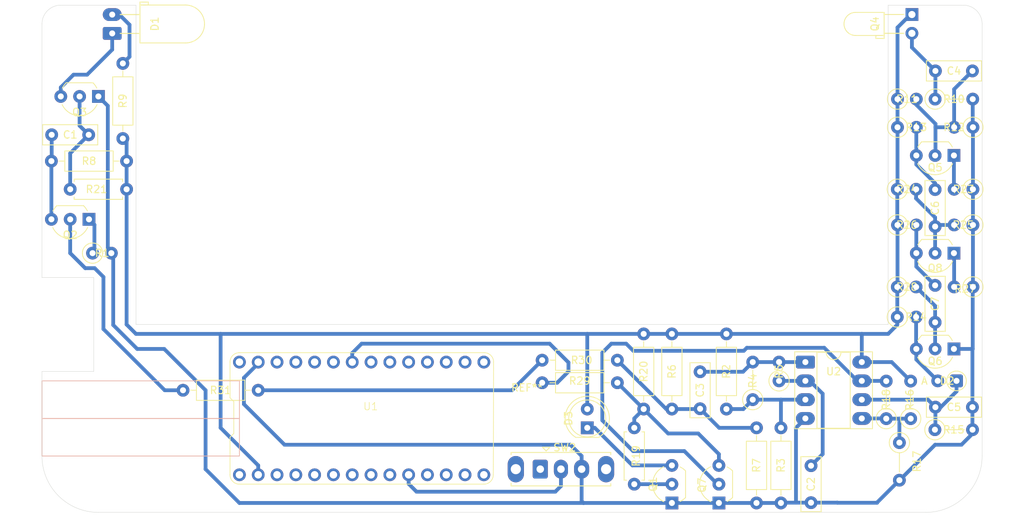
<source format=kicad_pcb>
(kicad_pcb (version 20241229) (generator "pcbnew") (generator_version "9.0")
  (layers (0 "F.Cu" signal) (2 "B.Cu" signal) (13 "F.Paste" user) (15 "B.Paste" user) (5 "F.SilkS" user "F.Silkscreen") (7 "B.SilkS" user "B.Silkscreen") (1 "F.Mask" user) (3 "B.Mask" user) (25 "Edge.Cuts" user))
  (net 0 "")
  (net 1 "GND")
  (net 2 "Net-(U2A--)")
  (net 3 "Net-(Q2-B)")
  (net 4 "Net-(C3-Pad1)")
  (net 5 "Net-(Q5-B)")
  (net 6 "Net-(Q4-E)")
  (net 7 "Net-(D2-K)")
  (net 8 "Net-(D1-K)")
  (net 9 "Net-(D1-A)")
  (net 10 "Net-(D2-A)")
  (net 11 "Net-(D3-K)")
  (net 12 "Net-(Q2-C)")
  (net 13 "VCC")
  (net 14 "Net-(Q5-C)")
  (net 15 "INT")
  (net 16 "Net-(Q7-B)")
  (net 17 "Net-(U2A-+)")
  (net 18 "Net-(U2B-+)")
  (net 21 "Net-(SW2-B)")
  (net 44 "Net-(Q1-B)")
  (net 45 "Net-(Q3-B)")
  (net 46 "Net-(Q8-B)")
  (net 47 "Net-(Q8-C)")
  (net 48 "Net-(Q6-B)")
  (net 49 "Net-(Q2-E)")
  (net 50 "Net-(Q5-E)")
  (net 51 "Net-(Q8-E)")
  (net 53 "Net-(Q7-C)")
  (net 54 "Net-(C3-Pad2)")
  (net 55 "Net-(R30-Pad2)")
  (footprint "User:AdafruitItsyBitsyM0" (layer "F.Cu") (at 69.8 80.159999)
    (property "Reference" "U1" (at 0 -0.5 0) (layer "F.SilkS") (effects (font (thickness 0.1))))
    (property "Value" "~")
    (pad "1" thru_hole circle (at -17.73 8.740001 270) (size 1.7272 1.7272) (drill 1.016) (layers "*.Cu" "*.Mask"))
    (pad "2" thru_hole circle (at -15.19 8.740001 270) (size 1.7272 1.7272) (drill 1.016) (layers "*.Cu" "*.Mask") (net 13 "VCC"))
    (pad "3" thru_hole circle (at -12.65 8.740001 270) (size 1.7272 1.7272) (drill 1.016) (layers "*.Cu" "*.Mask"))
    (pad "4" thru_hole circle (at -10.11 8.740001 270) (size 1.7272 1.7272) (drill 1.016) (layers "*.Cu" "*.Mask"))
    (pad "5" thru_hole circle (at -7.57 8.740001 270) (size 1.7272 1.7272) (drill 1.016) (layers "*.Cu" "*.Mask"))
    (pad "6" thru_hole circle (at -5.03 8.740001 270) (size 1.7272 1.7272) (drill 1.016) (layers "*.Cu" "*.Mask"))
    (pad "7" thru_hole circle (at -2.49 8.740001 270) (size 1.7272 1.7272) (drill 1.016) (layers "*.Cu" "*.Mask"))
    (pad "8" thru_hole circle (at 0.05 8.740001 270) (size 1.7272 1.7272) (drill 1.016) (layers "*.Cu" "*.Mask"))
    (pad "9" thru_hole circle (at 2.59 8.740001 270) (size 1.7272 1.7272) (drill 1.016) (layers "*.Cu" "*.Mask"))
    (pad "10" thru_hole circle (at 5.13 8.740001 270) (size 1.7272 1.7272) (drill 1.016) (layers "*.Cu" "*.Mask") (net 21 "Net-(SW2-B)"))
    (pad "11" thru_hole circle (at 7.67 8.740001 270) (size 1.7272 1.7272) (drill 1.016) (layers "*.Cu" "*.Mask"))
    (pad "12" thru_hole circle (at 10.21 8.740001 270) (size 1.7272 1.7272) (drill 1.016) (layers "*.Cu" "*.Mask"))
    (pad "13" thru_hole circle (at 12.75 8.740001 270) (size 1.7272 1.7272) (drill 1.016) (layers "*.Cu" "*.Mask"))
    (pad "14" thru_hole circle (at 15.29 8.740001 270) (size 1.7272 1.7272) (drill 1.016) (layers "*.Cu" "*.Mask"))
    (pad "20" thru_hole circle (at 15.29 -6.499999 270) (size 1.7272 1.7272) (drill 1.016) (layers "*.Cu" "*.Mask"))
    (pad "21" thru_hole circle (at 12.75 -6.499999 270) (size 1.7272 1.7272) (drill 1.016) (layers "*.Cu" "*.Mask"))
    (pad "22" thru_hole circle (at 10.21 -6.499999 270) (size 1.7272 1.7272) (drill 1.016) (layers "*.Cu" "*.Mask"))
    (pad "23" thru_hole circle (at 7.67 -6.499999 270) (size 1.7272 1.7272) (drill 1.016) (layers "*.Cu" "*.Mask"))
    (pad "24" thru_hole circle (at 5.13 -6.499999 270) (size 1.7272 1.7272) (drill 1.016) (layers "*.Cu" "*.Mask"))
    (pad "25" thru_hole circle (at 2.59 -6.499999 270) (size 1.7272 1.7272) (drill 1.016) (layers "*.Cu" "*.Mask"))
    (pad "26" thru_hole circle (at 0.05 -6.499999 270) (size 1.7272 1.7272) (drill 1.016) (layers "*.Cu" "*.Mask"))
    (pad "27" thru_hole circle (at -2.49 -6.499999 270) (size 1.7272 1.7272) (drill 1.016) (layers "*.Cu" "*.Mask") (net 15 "INT"))
    (pad "28" thru_hole circle (at -5.03 -6.499999 270) (size 1.7272 1.7272) (drill 1.016) (layers "*.Cu" "*.Mask"))
    (pad "29" thru_hole circle (at -7.57 -6.499999 270) (size 1.7272 1.7272) (drill 1.016) (layers "*.Cu" "*.Mask"))
    (pad "30" thru_hole circle (at -10.11 -6.499999 270) (size 1.7272 1.7272) (drill 1.016) (layers "*.Cu" "*.Mask"))
    (pad "31" thru_hole circle (at -12.65 -6.499999 270) (size 1.7272 1.7272) (drill 1.016) (layers "*.Cu" "*.Mask"))
    (pad "32" thru_hole circle (at -15.19 -6.499999 270) (size 1.7272 1.7272) (drill 1.016) (layers "*.Cu" "*.Mask") (net 1 "GND"))
    (pad "33" thru_hole circle (at -17.73 -6.499999 270) (size 1.7272 1.7272) (drill 1.016) (layers "*.Cu" "*.Mask"))
  )
  (footprint "Resistor_THT:R_Axial_DIN0207_L6.3mm_D2.5mm_P10.16mm_Horizontal" (layer "F.Cu") (at 117.856 69.85 -90)
    (property "Reference" "R2" (at 5.08 0 270) (layer "F.SilkS"))
    (property "Value" "10k")
    (pad "1" thru_hole circle (at 0 0 270) (size 1.7272 1.7272) (drill 0.8128) (layers "*.Cu" "*.Mask") (net 13 "VCC"))
    (pad "2" thru_hole circle (at 10.16 0 270) (size 1.7272 1.7272) (drill 0.8128) (layers "*.Cu" "*.Mask") (net 17 "Net-(U2A-+)"))
  )
  (footprint "Resistor_THT:R_Axial_DIN0207_L6.3mm_D2.5mm_P5.08mm_Vertical" (layer "F.Cu") (at 121.412 78.74 90)
    (property "Reference" "R4" (at 2.54 0 90) (layer "F.SilkS"))
    (property "Value" "10k")
    (pad "1" thru_hole circle (at 0 0 90) (size 1.7272 1.7272) (drill 0.8128) (layers "*.Cu" "*.Mask") (net 17 "Net-(U2A-+)"))
    (pad "2" thru_hole circle (at 5.08 0 90) (size 1.7272 1.7272) (drill 0.8128) (layers "*.Cu" "*.Mask") (net 4 "Net-(C3-Pad1)"))
  )
  (footprint "Resistor_THT:R_Axial_DIN0207_L6.3mm_D2.5mm_P5.08mm_Vertical" (layer "F.Cu") (at 141.224 84.553 -90)
    (property "Reference" "R17" (at 2.54 -2.37 270) (layer "F.SilkS"))
    (property "Value" "47k")
    (pad "1" thru_hole circle (at 0 0 270) (size 1.7272 1.7272) (drill 0.8128) (layers "*.Cu" "*.Mask") (net 18 "Net-(U2B-+)"))
    (pad "2" thru_hole circle (at 5.08 0 270) (size 1.7272 1.7272) (drill 0.8128) (layers "*.Cu" "*.Mask") (net 1 "GND"))
  )
  (footprint "Resistor_THT:R_Axial_DIN0207_L6.3mm_D2.5mm_P2.54mm_Vertical" (layer "F.Cu") (at 32.229 58.928)
    (property "Reference" "R1" (at 1.299 0 0) (layer "F.SilkS"))
    (property "Value" "2k2")
    (pad "1" thru_hole circle (at 0 0) (size 1.7272 1.7272) (drill 0.8128) (layers "*.Cu" "*.Mask") (net 49 "Net-(Q2-E)"))
    (pad "2" thru_hole circle (at 2.54 0) (size 1.7272 1.7272) (drill 0.8128) (layers "*.Cu" "*.Mask") (net 1 "GND"))
  )
  (footprint "Package_TO_SOT_THT:TO-92_Inline_Wide" (layer "F.Cu") (at 148.59 71.882 180)
    (property "Reference" "Q6" (at 2.54 -1.651 0) (layer "F.SilkS"))
    (property "Value" "2N3904")
    (pad "1" thru_hole rect (at 0 0 180) (size 1.7272 1.7272) (drill 0.8128) (layers "*.Cu" "*.Mask") (net 1 "GND"))
    (pad "2" thru_hole circle (at 2.54 0 180) (size 1.7272 1.7272) (drill 0.8128) (layers "*.Cu" "*.Mask") (net 48 "Net-(Q6-B)"))
    (pad "3" thru_hole circle (at 5.08 0 180) (size 1.7272 1.7272) (drill 0.8128) (layers "*.Cu" "*.Mask") (net 10 "Net-(D2-A)"))
  )
  (footprint "User:SlideSwitch_SPDT" (layer "F.Cu") (at 95.504 88.138)
    (property "Reference" "SW2" (at 0.508 -2.921 0) (layer "F.SilkS"))
    (property "Value" "SW_SPDT")
    (pad "" thru_hole oval (at -6.096 0) (size 2.1844 3.556) (drill 1.3716) (layers "*.Cu" "*.Mask"))
    (pad "" thru_hole oval (at 6.096 0) (size 2.1844 3.556) (drill 1.3716) (layers "*.Cu" "*.Mask"))
    (pad "1" thru_hole roundrect (at -2.794 0) (size 2.032 2.54) (drill 1.016) (layers "*.Cu" "*.Mask") (roundrect_rratio 0.1447429365))
    (pad "2" thru_hole oval (at 0 0) (size 1.905 2.54) (drill 1.016) (layers "*.Cu" "*.Mask") (net 21 "Net-(SW2-B)"))
    (pad "3" thru_hole oval (at 2.794 0) (size 2.032 2.54) (drill 1.016) (layers "*.Cu" "*.Mask") (net 1 "GND"))
  )
  (footprint "Resistor_THT:R_Axial_DIN0207_L6.3mm_D2.5mm_P2.54mm_Vertical" (layer "F.Cu") (at 140.97 55.118)
    (property "Reference" "R26" (at 1.27 0 0) (layer "F.SilkS"))
    (property "Value" "10k")
    (pad "1" thru_hole circle (at 0 0) (size 1.7272 1.7272) (drill 0.8128) (layers "*.Cu" "*.Mask") (net 13 "VCC"))
    (pad "2" thru_hole circle (at 2.54 0) (size 1.7272 1.7272) (drill 0.8128) (layers "*.Cu" "*.Mask") (net 47 "Net-(Q8-C)"))
  )
  (footprint "Resistor_THT:R_Axial_DIN0207_L6.3mm_D2.5mm_P2.54mm_Vertical" (layer "F.Cu") (at 140.941 63.5)
    (property "Reference" "R28" (at 1.299 0 0) (layer "F.SilkS"))
    (property "Value" "1M")
    (pad "1" thru_hole circle (at 0 0) (size 1.7272 1.7272) (drill 0.8128) (layers "*.Cu" "*.Mask") (net 13 "VCC"))
    (pad "2" thru_hole circle (at 2.54 0) (size 1.7272 1.7272) (drill 0.8128) (layers "*.Cu" "*.Mask") (net 48 "Net-(Q6-B)"))
  )
  (footprint "Resistor_THT:R_Axial_DIN0207_L6.3mm_D2.5mm_P2.54mm_Vertical" (layer "F.Cu") (at 140.97 38.1)
    (property "Reference" "R11" (at 1.27 0 0) (layer "F.SilkS"))
    (property "Value" "22k")
    (pad "1" thru_hole circle (at 0 0) (size 1.7272 1.7272) (drill 0.8128) (layers "*.Cu" "*.Mask") (net 13 "VCC"))
    (pad "2" thru_hole circle (at 2.54 0) (size 1.7272 1.7272) (drill 0.8128) (layers "*.Cu" "*.Mask") (net 5 "Net-(Q5-B)"))
  )
  (footprint "Resistor_THT:R_Axial_DIN0207_L6.3mm_D2.5mm_P10.16mm_Horizontal" (layer "F.Cu") (at 36.83 46.482 180)
    (property "Reference" "R8" (at 5.08 0 180) (layer "F.SilkS"))
    (property "Value" "10k")
    (pad "1" thru_hole circle (at 0 0 180) (size 1.7272 1.7272) (drill 0.8128) (layers "*.Cu" "*.Mask") (net 13 "VCC"))
    (pad "2" thru_hole circle (at 10.16 0 180) (size 1.7272 1.7272) (drill 0.8128) (layers "*.Cu" "*.Mask") (net 12 "Net-(Q2-C)"))
  )
  (footprint "Resistor_THT:R_Axial_DIN0207_L6.3mm_D2.5mm_P10.16mm_Horizontal" (layer "F.Cu") (at 103.124 73.406 180)
    (property "Reference" "R30" (at 4.826 0 0) (layer "F.SilkS"))
    (property "Value" "0")
    (pad "1" thru_hole circle (at 0 0 180) (size 1.7272 1.7272) (drill 0.8128) (layers "*.Cu" "*.Mask") (net 54 "Net-(C3-Pad2)"))
    (pad "2" thru_hole circle (at 10.16 0 180) (size 1.7272 1.7272) (drill 0.8128) (layers "*.Cu" "*.Mask") (net 55 "Net-(R30-Pad2)"))
  )
  (footprint "LED_THT:LED_D5.0mm_Horizontal_O3.81mm_Z3.0mm" (layer "F.Cu") (at 34.885 29.215 90)
    (property "Reference" "D1" (at 1.275 5.755 90) (layer "F.SilkS"))
    (property "Value" "LED IR")
    (pad "1" thru_hole roundrect (at 0 0 90) (size 1.7272 2.54) (drill 0.8128) (layers "*.Cu" "*.Mask") (roundrect_rratio 0.1447429365) (net 8 "Net-(D1-K)"))
    (pad "2" thru_hole oval (at 2.54 0 90) (size 1.7272 2.54) (drill 0.8128) (layers "*.Cu" "*.Mask") (net 9 "Net-(D1-A)"))
  )
  (footprint "MountingHole:MountingHole_3.2mm_M3" (layer "F.Cu") (at 148.59 29.21)
    (property "Reference" "REF**" (hide yes))
    (property "Value" "MountingHole_3.2mm_M3")
    (pad "" np_thru_hole circle (at 0 0) (size 3.2 3.2) (drill 3.2) (layers "*.Cu" "*.Mask"))
  )
  (footprint "Resistor_THT:R_Axial_DIN0207_L6.3mm_D2.5mm_P2.54mm_Vertical" (layer "F.Cu") (at 151.159 50.292 180)
    (property "Reference" "R23" (at 1.27 0 0) (layer "F.SilkS"))
    (property "Value" "220")
    (pad "1" thru_hole circle (at 0 0 180) (size 1.7272 1.7272) (drill 0.8128) (layers "*.Cu" "*.Mask") (net 1 "GND"))
    (pad "2" thru_hole circle (at 2.54 0 180) (size 1.7272 1.7272) (drill 0.8128) (layers "*.Cu" "*.Mask") (net 50 "Net-(Q5-E)"))
  )
  (footprint "Resistor_THT:R_Axial_DIN0207_L6.3mm_D2.5mm_P2.54mm_Vertical" (layer "F.Cu") (at 151.159 55.118 180)
    (property "Reference" "R25" (at 1.299 0 0) (layer "F.SilkS"))
    (property "Value" "100k")
    (pad "1" thru_hole circle (at 0 0 180) (size 1.7272 1.7272) (drill 0.8128) (layers "*.Cu" "*.Mask") (net 1 "GND"))
    (pad "2" thru_hole circle (at 2.54 0 180) (size 1.7272 1.7272) (drill 0.8128) (layers "*.Cu" "*.Mask") (net 46 "Net-(Q8-B)"))
  )
  (footprint "Package_TO_SOT_THT:TO-92_Inline_Wide" (layer "F.Cu") (at 116.84 92.71 90)
    (property "Reference" "Q7" (at 2.413 -2.286 90) (layer "F.SilkS"))
    (property "Value" "2N3904")
    (pad "1" thru_hole rect (at 0 0 90) (size 1.7272 1.7272) (drill 0.8128) (layers "*.Cu" "*.Mask") (net 1 "GND"))
    (pad "2" thru_hole circle (at 2.54 0 90) (size 1.7272 1.7272) (drill 0.8128) (layers "*.Cu" "*.Mask") (net 16 "Net-(Q7-B)"))
    (pad "3" thru_hole circle (at 5.08 0 90) (size 1.7272 1.7272) (drill 0.8128) (layers "*.Cu" "*.Mask") (net 53 "Net-(Q7-C)"))
  )
  (footprint "Package_TO_SOT_THT:TO-92_Inline_Wide" (layer "F.Cu") (at 148.59 45.72 180)
    (property "Reference" "Q5" (at 2.54 -1.63 0) (layer "F.SilkS"))
    (property "Value" "2N3904")
    (pad "1" thru_hole rect (at 0 0 180) (size 1.7272 1.7272) (drill 0.8128) (layers "*.Cu" "*.Mask") (net 50 "Net-(Q5-E)"))
    (pad "2" thru_hole circle (at 2.54 0 180) (size 1.7272 1.7272) (drill 0.8128) (layers "*.Cu" "*.Mask") (net 5 "Net-(Q5-B)"))
    (pad "3" thru_hole circle (at 5.08 0 180) (size 1.7272 1.7272) (drill 0.8128) (layers "*.Cu" "*.Mask") (net 14 "Net-(Q5-C)"))
  )
  (footprint "Resistor_THT:R_Axial_DIN0207_L6.3mm_D2.5mm_P2.54mm_Vertical" (layer "F.Cu") (at 140.941 67.564)
    (property "Reference" "R14" (at 2.54 0 0) (layer "F.SilkS"))
    (property "Value" "10k")
    (pad "1" thru_hole circle (at 0 0) (size 1.7272 1.7272) (drill 0.8128) (layers "*.Cu" "*.Mask") (net 13 "VCC"))
    (pad "2" thru_hole circle (at 2.54 0) (size 1.7272 1.7272) (drill 0.8128) (layers "*.Cu" "*.Mask") (net 10 "Net-(D2-A)"))
  )
  (footprint "Resistor_THT:R_Axial_DIN0207_L6.3mm_D2.5mm_P2.54mm_Vertical" (layer "F.Cu") (at 140.97 41.91)
    (property "Reference" "R13" (at 2.54 0 0) (layer "F.SilkS"))
    (property "Value" "2k2")
    (pad "1" thru_hole circle (at 0 0) (size 1.7272 1.7272) (drill 0.8128) (layers "*.Cu" "*.Mask") (net 13 "VCC"))
    (pad "2" thru_hole circle (at 2.54 0) (size 1.7272 1.7272) (drill 0.8128) (layers "*.Cu" "*.Mask") (net 14 "Net-(Q5-C)"))
  )
  (footprint "Resistor_THT:R_Axial_DIN0207_L6.3mm_D2.5mm_P5.08mm_Vertical" (layer "F.Cu") (at 146.05 38.1)
    (property "Reference" "R10" (at 2.54 0 0) (layer "F.SilkS"))
    (property "Value" "360")
    (pad "1" thru_hole circle (at 0 0) (size 1.7272 1.7272) (drill 0.8128) (layers "*.Cu" "*.Mask") (net 6 "Net-(Q4-E)"))
    (pad "2" thru_hole circle (at 5.08 0) (size 1.7272 1.7272) (drill 0.8128) (layers "*.Cu" "*.Mask") (net 1 "GND"))
  )
  (footprint "Package_DIP:DIP-8_W7.62mm_Socket_LongPads" (layer "F.Cu") (at 128.524 73.66)
    (property "Reference" "U2" (at 3.81 1.27 0) (layer "F.SilkS"))
    (property "Value" "LM358")
    (pad "1" thru_hole roundrect (at 0 0) (size 2.54 1.7272) (drill 0.8128) (layers "*.Cu" "*.Mask") (roundrect_rratio 0.1447429365) (net 4 "Net-(C3-Pad1)"))
    (pad "2" thru_hole oval (at 0 2.54) (size 2.54 1.7272) (drill 0.8128) (layers "*.Cu" "*.Mask") (net 2 "Net-(U2A--)"))
    (pad "3" thru_hole oval (at 0 5.08) (size 2.54 1.7272) (drill 0.8128) (layers "*.Cu" "*.Mask") (net 17 "Net-(U2A-+)"))
    (pad "4" thru_hole oval (at 0 7.62) (size 2.54 1.7272) (drill 0.8128) (layers "*.Cu" "*.Mask") (net 1 "GND"))
    (pad "5" thru_hole oval (at 7.62 7.62) (size 2.54 1.7272) (drill 0.8128) (layers "*.Cu" "*.Mask") (net 18 "Net-(U2B-+)"))
    (pad "6" thru_hole oval (at 7.62 5.08) (size 2.54 1.7272) (drill 0.8128) (layers "*.Cu" "*.Mask") (net 7 "Net-(D2-K)"))
    (pad "7" thru_hole oval (at 7.62 2.54) (size 2.54 1.7272) (drill 0.8128) (layers "*.Cu" "*.Mask") (net 16 "Net-(Q7-B)"))
    (pad "8" thru_hole oval (at 7.62 0) (size 2.54 1.7272) (drill 0.8128) (layers "*.Cu" "*.Mask") (net 13 "VCC"))
  )
  (footprint "Resistor_THT:R_Axial_DIN0207_L6.3mm_D2.5mm_P7.62mm_Horizontal" (layer "F.Cu") (at 36.83 50.292 180)
    (property "Reference" "R21" (at 4.064 0 180) (layer "F.SilkS"))
    (property "Value" "100k")
    (pad "1" thru_hole circle (at 0 0 180) (size 1.7272 1.7272) (drill 0.8128) (layers "*.Cu" "*.Mask") (net 13 "VCC"))
    (pad "2" thru_hole circle (at 7.62 0 180) (size 1.7272 1.7272) (drill 0.8128) (layers "*.Cu" "*.Mask") (net 45 "Net-(Q3-B)"))
  )
  (footprint "Resistor_THT:R_Axial_DIN0207_L6.3mm_D2.5mm_P10.16mm_Horizontal" (layer "F.Cu") (at 54.61 77.47 180)
    (property "Reference" "R31" (at 5.08 0 0) (layer "F.SilkS"))
    (property "Value" "0")
    (pad "1" thru_hole circle (at 0 0 180) (size 1.7272 1.7272) (drill 0.8128) (layers "*.Cu" "*.Mask") (net 55 "Net-(R30-Pad2)"))
    (pad "2" thru_hole circle (at 10.16 0 180) (size 1.7272 1.7272) (drill 0.8128) (layers "*.Cu" "*.Mask") (net 3 "Net-(Q2-B)"))
  )
  (footprint "Capacitor_THT:C_Rect_L7.2mm_W2.5mm_P5.00mm_FKS2_FKP2_MKS2_MKP2" (layer "F.Cu") (at 151.09 79.756 180)
    (property "Reference" "C5" (at 2.5 0 0) (layer "F.SilkS"))
    (property "Value" "4n7")
    (pad "1" thru_hole circle (at 0 0 180) (size 1.7272 1.7272) (drill 0.8128) (layers "*.Cu" "*.Mask") (net 1 "GND"))
    (pad "2" thru_hole circle (at 5 0 180) (size 1.7272 1.7272) (drill 0.8128) (layers "*.Cu" "*.Mask") (net 7 "Net-(D2-K)"))
  )
  (footprint "LED_THT:LED_D3.0mm_Horizontal_O3.81mm_Z2.0mm" (layer "F.Cu") (at 142.915 26.665 -90)
    (property "Reference" "Q4" (at 1.27 4.993 270) (layer "F.SilkS"))
    (property "Value" "BPW40")
    (pad "1" thru_hole rect (at 0 0 270) (size 1.7272 1.7272) (drill 0.9652) (layers "*.Cu" "*.Mask") (net 13 "VCC"))
    (pad "2" thru_hole circle (at 2.54 0 270) (size 1.7272 1.7272) (drill 0.9652) (layers "*.Cu" "*.Mask") (net 6 "Net-(Q4-E)"))
  )
  (footprint "Resistor_THT:R_Axial_DIN0207_L6.3mm_D2.5mm_P10.16mm_Horizontal" (layer "F.Cu") (at 92.964 76.454)
    (property "Reference" "R29" (at 5.08 -0.254 0) (layer "F.SilkS"))
    (property "Value" "0")
    (pad "1" thru_hole circle (at 0 0) (size 1.7272 1.7272) (drill 0.8128) (layers "*.Cu" "*.Mask") (net 15 "INT"))
    (pad "2" thru_hole circle (at 10.16 0) (size 1.7272 1.7272) (drill 0.8128) (layers "*.Cu" "*.Mask") (net 53 "Net-(Q7-C)"))
  )
  (footprint "Capacitor_THT:C_Rect_L7.2mm_W2.5mm_P5.00mm_FKS2_FKP2_MKS2_MKP2" (layer "F.Cu") (at 114.3 74.97 -90)
    (property "Reference" "C3" (at 2.5 0 90) (layer "F.SilkS"))
    (property "Value" "10n")
    (pad "1" thru_hole circle (at 0 0 270) (size 1.7272 1.7272) (drill 0.8128) (layers "*.Cu" "*.Mask") (net 4 "Net-(C3-Pad1)"))
    (pad "2" thru_hole circle (at 5 0 270) (size 1.7272 1.7272) (drill 0.8128) (layers "*.Cu" "*.Mask") (net 54 "Net-(C3-Pad2)"))
  )
  (footprint "Resistor_THT:R_Axial_DIN0207_L6.3mm_D2.5mm_P10.16mm_Horizontal" (layer "F.Cu") (at 106.68 69.85 -90)
    (property "Reference" "R20" (at 5.08 0 270) (layer "F.SilkS"))
    (property "Value" "10k")
    (pad "1" thru_hole circle (at 0 0 270) (size 1.7272 1.7272) (drill 0.8128) (layers "*.Cu" "*.Mask") (net 13 "VCC"))
    (pad "2" thru_hole circle (at 10.16 0 270) (size 1.7272 1.7272) (drill 0.8128) (layers "*.Cu" "*.Mask") (net 53 "Net-(Q7-C)"))
  )
  (footprint "MountingHole:MountingHole_3.2mm_M3" (layer "F.Cu") (at 29.21 29.21)
    (property "Reference" "REF**" (hide yes))
    (property "Value" "MountingHole_3.2mm_M3")
    (pad "" np_thru_hole circle (at 0 0) (size 3.2 3.2) (drill 3.2) (layers "*.Cu" "*.Mask"))
  )
  (footprint "Resistor_THT:R_Axial_DIN0207_L6.3mm_D2.5mm_P10.16mm_Horizontal" (layer "F.Cu") (at 110.49 69.85 -90)
    (property "Reference" "R6" (at 5.08 0 90) (layer "F.SilkS"))
    (property "Value" "22k")
    (pad "1" thru_hole circle (at 0 0 270) (size 1.7272 1.7272) (drill 0.8128) (layers "*.Cu" "*.Mask") (net 13 "VCC"))
    (pad "2" thru_hole circle (at 10.16 0 270) (size 1.7272 1.7272) (drill 0.8128) (layers "*.Cu" "*.Mask") (net 54 "Net-(C3-Pad2)"))
  )
  (footprint "Resistor_THT:R_Axial_DIN0207_L6.3mm_D2.5mm_P7.62mm_Horizontal" (layer "F.Cu") (at 105.41 82.55 -90)
    (property "Reference" "R19" (at 3.81 -0.254 270) (layer "F.SilkS"))
    (property "Value" "220")
    (pad "1" thru_hole circle (at 0 0 270) (size 1.7272 1.7272) (drill 0.8128) (layers "*.Cu" "*.Mask") (net 53 "Net-(Q7-C)"))
    (pad "2" thru_hole circle (at 7.62 0 270) (size 1.7272 1.7272) (drill 0.8128) (layers "*.Cu" "*.Mask") (net 44 "Net-(Q1-B)"))
  )
  (footprint "Resistor_THT:R_Axial_DIN0207_L6.3mm_D2.5mm_P2.54mm_Vertical" (layer "F.Cu") (at 151.159 63.5 180)
    (property "Reference" "R27" (at 1.045 -0.254 0) (layer "F.SilkS"))
    (property "Value" "1k")
    (pad "1" thru_hole circle (at 0 0 180) (size 1.7272 1.7272) (drill 0.8128) (layers "*.Cu" "*.Mask") (net 1 "GND"))
    (pad "2" thru_hole circle (at 2.54 0 180) (size 1.7272 1.7272) (drill 0.8128) (layers "*.Cu" "*.Mask") (net 51 "Net-(Q8-E)"))
  )
  (footprint "MountingHole:MountingHole_3.2mm_M3" (layer "F.Cu") (at 90.932 81.28)
    (property "Reference" "REF**" (at 0 -4.15 0) (layer "F.SilkS"))
    (property "Value" "MountingHole_3.2mm_M3")
    (pad "" np_thru_hole circle (at 0 0) (size 3.2 3.2) (drill 3.2) (layers "*.Cu" "*.Mask"))
  )
  (footprint "Resistor_THT:R_Axial_DIN0207_L6.3mm_D2.5mm_P5.08mm_Vertical" (layer "F.Cu") (at 142.748 81.309 90)
    (property "Reference" "R16" (at 2.54 -0.127 90) (layer "F.SilkS"))
    (property "Value" "47k")
    (pad "1" thru_hole circle (at 0 0 90) (size 1.7272 1.7272) (drill 0.8128) (layers "*.Cu" "*.Mask") (net 18 "Net-(U2B-+)"))
    (pad "2" thru_hole circle (at 5.08 0 90) (size 1.7272 1.7272) (drill 0.8128) (layers "*.Cu" "*.Mask") (net 13 "VCC"))
  )
  (footprint "Capacitor_THT:C_Rect_L7.2mm_W2.5mm_P5.00mm_FKS2_FKP2_MKS2_MKP2" (layer "F.Cu") (at 146.05 50.332 -90)
    (property "Reference" "C6" (at 2.5 0 90) (layer "F.SilkS"))
    (property "Value" "1n")
    (pad "1" thru_hole circle (at 0 0 270) (size 1.7272 1.7272) (drill 0.8128) (layers "*.Cu" "*.Mask") (net 14 "Net-(Q5-C)"))
    (pad "2" thru_hole circle (at 5 0 270) (size 1.7272 1.7272) (drill 0.8128) (layers "*.Cu" "*.Mask") (net 46 "Net-(Q8-B)"))
  )
  (footprint "Capacitor_THT:C_Rect_L7.2mm_W2.5mm_P5.00mm_FKS2_FKP2_MKS2_MKP2" (layer "F.Cu") (at 146.05 63.286 -90)
    (property "Reference" "C7" (at 2.5 0 90) (layer "F.SilkS"))
    (property "Value" "1n")
    (pad "1" thru_hole circle (at 0 0 270) (size 1.7272 1.7272) (drill 0.8128) (layers "*.Cu" "*.Mask") (net 47 "Net-(Q8-C)"))
    (pad "2" thru_hole circle (at 5 0 270) (size 1.7272 1.7272) (drill 0.8128) (layers "*.Cu" "*.Mask") (net 48 "Net-(Q6-B)"))
  )
  (footprint "Capacitor_THT:C_Rect_L7.2mm_W2.5mm_P5.00mm_FKS2_FKP2_MKS2_MKP2" (layer "F.Cu") (at 26.71 42.926)
    (property "Reference" "C1" (at 2.5 0 0) (layer "F.SilkS"))
    (property "Value" "1n")
    (pad "1" thru_hole circle (at 0 0) (size 1.7272 1.7272) (drill 0.8128) (layers "*.Cu" "*.Mask") (net 12 "Net-(Q2-C)"))
    (pad "2" thru_hole circle (at 5 0) (size 1.7272 1.7272) (drill 0.8128) (layers "*.Cu" "*.Mask") (net 45 "Net-(Q3-B)"))
  )
  (footprint "Resistor_THT:R_Axial_DIN0207_L6.3mm_D2.5mm_P10.16mm_Horizontal" (layer "F.Cu") (at 36.322 43.434 90)
    (property "Reference" "R9" (at 5.08 0 90) (layer "F.SilkS"))
    (property "Value" "220")
    (pad "1" thru_hole circle (at 0 0 90) (size 1.7272 1.7272) (drill 0.8128) (layers "*.Cu" "*.Mask") (net 13 "VCC"))
    (pad "2" thru_hole circle (at 10.16 0 90) (size 1.7272 1.7272) (drill 0.8128) (layers "*.Cu" "*.Mask") (net 9 "Net-(D1-A)"))
  )
  (footprint "Resistor_THT:R_Axial_DIN0207_L6.3mm_D2.5mm_P2.54mm_Vertical" (layer "F.Cu") (at 140.941 50.292)
    (property "Reference" "R24" (at 1.299 0 0) (layer "F.SilkS"))
    (property "Value" "220k")
    (pad "1" thru_hole circle (at 0 0) (size 1.7272 1.7272) (drill 0.8128) (layers "*.Cu" "*.Mask") (net 13 "VCC"))
    (pad "2" thru_hole circle (at 2.54 0) (size 1.7272 1.7272) (drill 0.8128) (layers "*.Cu" "*.Mask") (net 46 "Net-(Q8-B)"))
  )
  (footprint "Resistor_THT:R_Axial_DIN0207_L6.3mm_D2.5mm_P2.54mm_Vertical" (layer "F.Cu") (at 151.159 41.91 180)
    (property "Reference" "R12" (at 2.54 0 0) (layer "F.SilkS"))
    (property "Value" "10k")
    (pad "1" thru_hole circle (at 0 0 180) (size 1.7272 1.7272) (drill 0.8128) (layers "*.Cu" "*.Mask") (net 1 "GND"))
    (pad "2" thru_hole circle (at 2.54 0 180) (size 1.7272 1.7272) (drill 0.8128) (layers "*.Cu" "*.Mask") (net 5 "Net-(Q5-B)"))
  )
  (footprint "LED_THT:LED_D5.0mm_Clear" (layer "F.Cu") (at 99.06 82.55 90)
    (property "Reference" "D3" (at 1.27 -2.54 90) (layer "F.SilkS"))
    (property "Value" "LED RED")
    (pad "1" thru_hole rect (at 0 0 90) (size 1.7272 1.7272) (drill 0.8128) (layers "*.Cu" "*.Mask") (net 11 "Net-(D3-K)"))
    (pad "2" thru_hole circle (at 2.54 0 90) (size 1.7272 1.7272) (drill 0.8128) (layers "*.Cu" "*.Mask") (net 13 "VCC"))
  )
  (footprint "Capacitor_THT:C_Rect_L7.2mm_W2.5mm_P5.00mm_FKS2_FKP2_MKS2_MKP2" (layer "F.Cu") (at 129.286 87.67 -90)
    (property "Reference" "C2" (at 2.5 0 90) (layer "F.SilkS"))
    (property "Value" "1n")
    (pad "1" thru_hole circle (at 0 0 270) (size 1.7272 1.7272) (drill 0.8128) (layers "*.Cu" "*.Mask") (net 2 "Net-(U2A--)"))
    (pad "2" thru_hole circle (at 5 0 270) (size 1.7272 1.7272) (drill 0.8128) (layers "*.Cu" "*.Mask") (net 1 "GND"))
  )
  (footprint "Package_TO_SOT_THT:TO-92_Inline_Wide" (layer "F.Cu") (at 110.49 92.71 90)
    (property "Reference" "Q1" (at 2.54 -2.54 90) (layer "F.SilkS"))
    (property "Value" "2N3906")
    (pad "1" thru_hole rect (at 0 0 90) (size 1.7272 1.7272) (drill 0.8128) (layers "*.Cu" "*.Mask") (net 1 "GND"))
    (pad "2" thru_hole circle (at 2.54 0 90) (size 1.7272 1.7272) (drill 0.8128) (layers "*.Cu" "*.Mask") (net 44 "Net-(Q1-B)"))
    (pad "3" thru_hole circle (at 5.08 0 90) (size 1.7272 1.7272) (drill 0.8128) (layers "*.Cu" "*.Mask") (net 11 "Net-(D3-K)"))
  )
  (footprint "Resistor_THT:R_Axial_DIN0207_L6.3mm_D2.5mm_P10.16mm_Horizontal" (layer "F.Cu") (at 121.92 92.71 90)
    (property "Reference" "R7" (at 5.08 0 90) (layer "F.SilkS"))
    (property "Value" "10k")
    (pad "1" thru_hole circle (at 0 0 90) (size 1.7272 1.7272) (drill 0.8128) (layers "*.Cu" "*.Mask") (net 1 "GND"))
    (pad "2" thru_hole circle (at 10.16 0 90) (size 1.7272 1.7272) (drill 0.8128) (layers "*.Cu" "*.Mask") (net 54 "Net-(C3-Pad2)"))
  )
  (footprint "Package_TO_SOT_THT:TO-92_Inline_Wide" (layer "F.Cu") (at 31.75 54.356 180)
    (property "Reference" "Q2" (at 2.54 -2.138 0) (layer "F.SilkS"))
    (property "Value" "2N3904")
    (pad "1" thru_hole rect (at 0 0 180) (size 1.7272 1.7272) (drill 0.8128) (layers "*.Cu" "*.Mask") (net 49 "Net-(Q2-E)"))
    (pad "2" thru_hole circle (at 2.54 0 180) (size 1.7272 1.7272) (drill 0.8128) (layers "*.Cu" "*.Mask") (net 3 "Net-(Q2-B)"))
    (pad "3" thru_hole circle (at 5.08 0 180) (size 1.7272 1.7272) (drill 0.8128) (layers "*.Cu" "*.Mask") (net 12 "Net-(Q2-C)"))
  )
  (footprint "MountingHole:MountingHole_3.2mm_M3" (layer "F.Cu") (at 147.32 88.9)
    (property "Reference" "REF**" (hide yes))
    (property "Value" "MountingHole_3.2mm_M3")
    (pad "" np_thru_hole circle (at 0 0) (size 3.2 3.2) (drill 3.2) (layers "*.Cu" "*.Mask"))
  )
  (footprint "Package_TO_SOT_THT:TO-92_Inline_Wide" (layer "F.Cu") (at 33.02 37.74 180)
    (property "Reference" "Q3" (at 2.54 -2.138 0) (layer "F.SilkS"))
    (property "Value" "2N3904")
    (pad "1" thru_hole rect (at 0 0 180) (size 1.7272 1.7272) (drill 0.8128) (layers "*.Cu" "*.Mask") (net 1 "GND"))
    (pad "2" thru_hole circle (at 2.54 0 180) (size 1.7272 1.7272) (drill 0.8128) (layers "*.Cu" "*.Mask") (net 45 "Net-(Q3-B)"))
    (pad "3" thru_hole circle (at 5.08 0 180) (size 1.7272 1.7272) (drill 0.8128) (layers "*.Cu" "*.Mask") (net 8 "Net-(D1-K)"))
  )
  (footprint "Resistor_THT:R_Axial_DIN0207_L6.3mm_D2.5mm_P2.54mm_Vertical" (layer "F.Cu") (at 124.968 76.2 90)
    (property "Reference" "R5" (at 1.27 0 90) (layer "F.SilkS"))
    (property "Value" "1k3")
    (pad "1" thru_hole circle (at 0 0 90) (size 1.7272 1.7272) (drill 0.8128) (layers "*.Cu" "*.Mask") (net 2 "Net-(U2A--)"))
    (pad "2" thru_hole circle (at 2.54 0 90) (size 1.7272 1.7272) (drill 0.8128) (layers "*.Cu" "*.Mask") (net 4 "Net-(C3-Pad1)"))
  )
  (footprint "Capacitor_THT:C_Rect_L7.2mm_W2.5mm_P5.00mm_FKS2_FKP2_MKS2_MKP2" (layer "F.Cu") (at 146.09 34.29)
    (property "Reference" "C4" (at 2.5 0 0) (layer "F.SilkS"))
    (property "Value" "4n7")
    (pad "1" thru_hole circle (at 0 0) (size 1.7272 1.7272) (drill 0.8128) (layers "*.Cu" "*.Mask") (net 6 "Net-(Q4-E)"))
    (pad "2" thru_hole circle (at 5 0) (size 1.7272 1.7272) (drill 0.8128) (layers "*.Cu" "*.Mask") (net 5 "Net-(Q5-B)"))
  )
  (footprint "Resistor_THT:R_Axial_DIN0207_L6.3mm_D2.5mm_P10.16mm_Horizontal" (layer "F.Cu") (at 125.222 82.55 -90)
    (property "Reference" "R3" (at 5.08 0 90) (layer "F.SilkS"))
    (property "Value" "10k")
    (pad "1" thru_hole circle (at 0 0 270) (size 1.7272 1.7272) (drill 0.8128) (layers "*.Cu" "*.Mask") (net 17 "Net-(U2A-+)"))
    (pad "2" thru_hole circle (at 10.16 0 270) (size 1.7272 1.7272) (drill 0.8128) (layers "*.Cu" "*.Mask") (net 1 "GND"))
  )
  (footprint "Package_TO_SOT_THT:TO-92_Inline_Wide" (layer "F.Cu") (at 148.59 58.928 180)
    (property "Reference" "Q8" (at 2.54 -2.032 0) (layer "F.SilkS"))
    (property "Value" "2N3904")
    (pad "1" thru_hole rect (at 0 0 180) (size 1.7272 1.7272) (drill 0.8128) (layers "*.Cu" "*.Mask") (net 51 "Net-(Q8-E)"))
    (pad "2" thru_hole circle (at 2.54 0 180) (size 1.7272 1.7272) (drill 0.8128) (layers "*.Cu" "*.Mask") (net 46 "Net-(Q8-B)"))
    (pad "3" thru_hole circle (at 5.08 0 180) (size 1.7272 1.7272) (drill 0.8128) (layers "*.Cu" "*.Mask") (net 47 "Net-(Q8-C)"))
  )
  (footprint "Diode_THT:D_DO-35_SOD27_P2.54mm_Vertical_AnodeUp" (layer "F.Cu") (at 148.942315 76.2 180)
    (property "Reference" "D2" (at 1.27 0 180) (layer "F.SilkS"))
    (property "Value" "1N4148")
    (fp_text user "A" (at 4.34 0 180) (layer "F.SilkS"))
    (pad "1" thru_hole roundrect (at 0 0 180) (size 1.7272 1.7272) (drill 0.8128) (layers "*.Cu" "*.Mask") (roundrect_rratio 0.15625) (net 7 "Net-(D2-K)"))
    (pad "2" thru_hole circle (at 2.54 0 180) (size 1.7272 1.7272) (drill 0.8128) (layers "*.Cu" "*.Mask") (net 10 "Net-(D2-A)"))
  )
  (footprint "Resistor_THT:R_Axial_DIN0207_L6.3mm_D2.5mm_P5.08mm_Vertical" (layer "F.Cu") (at 139.446 81.309 90)
    (property "Reference" "R18" (at 2.54 0 90) (layer "F.SilkS"))
    (property "Value" "33k")
    (pad "1" thru_hole circle (at 0 0 90) (size 1.7272 1.7272) (drill 0.8128) (layers "*.Cu" "*.Mask") (net 18 "Net-(U2B-+)"))
    (pad "2" thru_hole circle (at 5.08 0 90) (size 1.7272 1.7272) (drill 0.8128) (layers "*.Cu" "*.Mask") (net 16 "Net-(Q7-B)"))
  )
  (footprint "Resistor_THT:R_Axial_DIN0207_L6.3mm_D2.5mm_P5.08mm_Vertical" (layer "F.Cu") (at 146.021 82.804)
    (property "Reference" "R15" (at 2.54 0 0) (layer "F.SilkS"))
    (property "Value" "100k")
    (pad "1" thru_hole circle (at 0 0) (size 1.7272 1.7272) (drill 0.8128) (layers "*.Cu" "*.Mask") (net 7 "Net-(D2-K)"))
    (pad "2" thru_hole circle (at 5.08 0) (size 1.7272 1.7272) (drill 0.8128) (layers "*.Cu" "*.Mask") (net 1 "GND"))
  )
  (footprint "MountingHole:MountingHole_3.2mm_M3" (layer "F.Cu") (at 33.02 90.17)
    (property "Reference" "REF**" (hide yes))
    (property "Value" "MountingHole_3.2mm_M3")
    (pad "" np_thru_hole circle (at 0 0) (size 3.2 3.2) (drill 3.2) (layers "*.Cu" "*.Mask"))
  )
  (gr_rect (start 25.4 81.28) (end 52.07 86.36) (stroke (width 0.1)) (fill no) (layer "B.SilkS"))
  (gr_rect (start 25.4 76.2) (end 52.07 81.28) (stroke (width 0.1)) (fill no) (layer "B.SilkS"))
  (gr_line (start 33.02 93.98) (end 144.78 93.98) (stroke (width 0.05)) (layer "Edge.Cuts"))
  (gr_line (start 25.4 74.93) (end 32.385 74.93) (stroke (width 0.05)) (layer "Edge.Cuts"))
  (gr_arc (start 152.4 86.36) (mid 150.168154 91.748154) (end 144.78 93.98) (stroke (width 0.05)) (layer "Edge.Cuts"))
  (gr_line (start 149.86 25.4) (end 139.7 25.4) (stroke (width 0.05)) (layer "Edge.Cuts"))
  (gr_line (start 38.1 25.4) (end 27.94 25.4) (stroke (width 0.05)) (layer "Edge.Cuts"))
  (gr_line (start 139.7 68.58) (end 38.1 68.58) (stroke (width 0.05)) (layer "Edge.Cuts"))
  (gr_line (start 32.385 74.93) (end 32.385 62.23) (stroke (width 0.05)) (layer "Edge.Cuts"))
  (gr_line (start 38.1 68.58) (end 38.1 25.4) (stroke (width 0.05)) (layer "Edge.Cuts"))
  (gr_line (start 139.7 25.4) (end 139.7 68.58) (stroke (width 0.05)) (layer "Edge.Cuts"))
  (gr_line (start 32.385 62.23) (end 25.4 62.23) (stroke (width 0.05)) (layer "Edge.Cuts"))
  (gr_line (start 25.4 62.23) (end 25.4 27.94) (stroke (width 0.05)) (layer "Edge.Cuts"))
  (gr_arc (start 149.86 25.4) (mid 151.656051 26.143949) (end 152.4 27.94) (stroke (width 0.05)) (layer "Edge.Cuts"))
  (gr_line (start 152.4 86.36) (end 152.4 27.94) (stroke (width 0.05)) (layer "Edge.Cuts"))
  (gr_arc (start 25.4 27.94) (mid 26.143949 26.143949) (end 27.94 25.4) (stroke (width 0.05)) (layer "Edge.Cuts"))
  (gr_arc (start 33.02 93.98) (mid 27.631846 91.748154) (end 25.4 86.36) (stroke (width 0.05)) (layer "Edge.Cuts"))
  (gr_line (start 25.4 86.36) (end 25.4 74.93) (stroke (width 0.05)) (layer "Edge.Cuts"))
  (segment (start 52.07 92.71) (end 47.498 88.138) (width 0.508) (layer "B.Cu") (net 1))
  (segment (start 121.92 92.71) (end 116.84 92.71) (width 0.508) (layer "B.Cu") (net 1))
  (segment (start 96.774 84.836) (end 98.298 86.36) (width 0.508) (layer "B.Cu") (net 1))
  (segment (start 41.91 71.882) (end 38.262694 71.882) (width 0.508) (layer "B.Cu") (net 1))
  (segment (start 54.61 73.851413) (end 52.6786 75.782813) (width 0.508) (layer "B.Cu") (net 1))
  (segment (start 129.286 92.67) (end 127.254 92.67) (width 0.508) (layer "B.Cu") (net 1))
  (segment (start 151.13 71.882) (end 151.09 71.922) (width 0.508) (layer "B.Cu") (net 1))
  (segment (start 141.253 89.633) (end 146.05 84.836) (width 0.508) (layer "B.Cu") (net 1))
  (segment (start 110.49 92.71) (end 116.84 92.71) (width 0.508) (layer "B.Cu") (net 1))
  (segment (start 98.552 92.71) (end 52.07 92.71) (width 0.508) (layer "B.Cu") (net 1))
  (segment (start 52.6786 79.3486) (end 58.166 84.836) (width 0.508) (layer "B.Cu") (net 1))
  (segment (start 54.61 73.66) (end 54.61 73.851413) (width 0.508) (layer "B.Cu") (net 1))
  (segment (start 129.286 92.67) (end 132.831 92.67) (width 0.508) (layer "B.Cu") (net 1))
  (segment (start 47.498 77.47) (end 41.91 71.882) (width 0.508) (layer "B.Cu") (net 1))
  (segment (start 58.166 84.836) (end 96.774 84.836) (width 0.508) (layer "B.Cu") (net 1))
  (segment (start 151.09 79.756) (end 151.09 82.793) (width 0.508) (layer "B.Cu") (net 1))
  (segment (start 125.222 92.71) (end 121.92 92.71) (width 0.508) (layer "B.Cu") (net 1))
  (segment (start 138.205 92.652) (end 141.224 89.633) (width 0.508) (layer "B.Cu") (net 1))
  (segment (start 38.262694 71.882) (end 35.023 68.642306) (width 0.508) (layer "B.Cu") (net 1))
  (segment (start 110.49 92.71) (end 98.552 92.71) (width 0.508) (layer "B.Cu") (net 1))
  (segment (start 151.159 63.529) (end 151.13 63.558) (width 0.508) (layer "B.Cu") (net 1))
  (segment (start 125.262 92.67) (end 125.222 92.71) (width 0.508) (layer "B.Cu") (net 1))
  (segment (start 47.498 88.138) (end 47.498 77.47) (width 0.508) (layer "B.Cu") (net 1))
  (segment (start 141.224 89.633) (end 141.253 89.633) (width 0.508) (layer "B.Cu") (net 1))
  (segment (start 98.298 92.456) (end 98.552 92.71) (width 0.508) (layer "B.Cu") (net 1))
  (segment (start 52.6786 75.782813) (end 52.6786 79.3486) (width 0.508) (layer "B.Cu") (net 1))
  (segment (start 151.159 55.118) (end 151.159 63.5) (width 0.508) (layer "B.Cu") (net 1))
  (segment (start 34.29 58.195) (end 34.29 39.01) (width 0.508) (layer "B.Cu") (net 1))
  (segment (start 146.05 84.836) (end 149.606 84.836) (width 0.508) (layer "B.Cu") (net 1))
  (segment (start 127.254 82.55) (end 127.254 92.67) (width 0.508) (layer "B.Cu") (net 1))
  (segment (start 151.159 50.292) (end 151.159 55.118) (width 0.508) (layer "B.Cu") (net 1))
  (segment (start 128.524 81.28) (end 127.254 82.55) (width 0.508) (layer "B.Cu") (net 1))
  (segment (start 98.298 86.36) (end 98.298 92.456) (width 0.508) (layer "B.Cu") (net 1))
  (segment (start 151.159 41.91) (end 151.159 50.292) (width 0.508) (layer "B.Cu") (net 1))
  (segment (start 132.831 92.67) (end 132.842 92.681) (width 0.508) (layer "B.Cu") (net 1))
  (segment (start 149.606 84.836) (end 151.101 83.341) (width 0.508) (layer "B.Cu") (net 1))
  (segment (start 151.13 41.881) (end 151.159 41.91) (width 0.508) (layer "B.Cu") (net 1))
  (segment (start 151.09 71.922) (end 151.09 79.756) (width 0.508) (layer "B.Cu") (net 1))
  (segment (start 151.159 63.5) (end 151.159 63.529) (width 0.508) (layer "B.Cu") (net 1))
  (segment (start 151.09 82.793) (end 151.101 82.804) (width 0.508) (layer "B.Cu") (net 1))
  (segment (start 148.59 71.882) (end 151.13 71.882) (width 0.508) (layer "B.Cu") (net 1))
  (segment (start 151.101 83.341) (end 151.101 82.804) (width 0.508) (layer "B.Cu") (net 1))
  (segment (start 127.254 92.67) (end 125.262 92.67) (width 0.508) (layer "B.Cu") (net 1))
  (segment (start 132.842 92.681) (end 138.205 92.681) (width 0.508) (layer "B.Cu") (net 1))
  (segment (start 35.023 68.642306) (end 35.023 58.928) (width 0.508) (layer "B.Cu") (net 1))
  (segment (start 34.29 39.01) (end 33.02 37.74) (width 0.508) (layer "B.Cu") (net 1))
  (segment (start 138.205 92.681) (end 138.205 92.652) (width 0.508) (layer "B.Cu") (net 1))
  (segment (start 151.13 38.1) (end 151.13 41.881) (width 0.508) (layer "B.Cu") (net 1))
  (segment (start 151.13 63.558) (end 151.13 71.882) (width 0.508) (layer "B.Cu") (net 1))
  (segment (start 35.023 58.928) (end 34.29 58.195) (width 0.508) (layer "B.Cu") (net 1))
  (segment (start 130.8618 77.939988) (end 129.121812 76.2) (width 0.508) (layer "B.Cu") (net 2))
  (segment (start 124.968 76.2) (end 128.524 76.2) (width 0.508) (layer "B.Cu") (net 2))
  (segment (start 129.286 87.67) (end 130.8618 86.0942) (width 0.508) (layer "B.Cu") (net 2))
  (segment (start 130.8618 86.0942) (end 130.8618 77.939988) (width 0.508) (layer "B.Cu") (net 2))
  (segment (start 129.121812 76.2) (end 128.524 76.2) (width 0.508) (layer "B.Cu") (net 2))
  (segment (start 29.21 58.928) (end 29.21 54.356) (width 0.508) (layer "B.Cu") (net 3))
  (segment (start 33.7012 69.189814) (end 33.7012 62.1492) (width 0.508) (layer "B.Cu") (net 3))
  (segment (start 44.45 77.47) (end 41.981386 77.47) (width 0.508) (layer "B.Cu") (net 3))
  (segment (start 32.512 60.96) (end 31.242 60.96) (width 0.508) (layer "B.Cu") (net 3))
  (segment (start 31.242 60.96) (end 29.21 58.928) (width 0.508) (layer "B.Cu") (net 3))
  (segment (start 33.7012 62.1492) (end 32.512 60.96) (width 0.508) (layer "B.Cu") (net 3))
  (segment (start 41.981386 77.47) (end 33.7012 69.189814) (width 0.508) (layer "B.Cu") (net 3))
  (segment (start 124.968 73.66) (end 128.524 73.66) (width 0.508) (layer "B.Cu") (net 4))
  (segment (start 124.968 73.66) (end 121.412 73.66) (width 0.508) (layer "B.Cu") (net 4))
  (segment (start 120.102 74.97) (end 121.412 73.66) (width 0.508) (layer "B.Cu") (net 4))
  (segment (start 114.3 74.97) (end 120.102 74.97) (width 0.508) (layer "B.Cu") (net 4))
  (segment (start 146.098686 45.671314) (end 146.05 45.72) (width 0.508) (layer "B.Cu") (net 5))
  (segment (start 146.098686 41.450686) (end 146.098686 41.91) (width 0.508) (layer "B.Cu") (net 5))
  (segment (start 146.098686 41.91) (end 148.619 41.91) (width 0.508) (layer "B.Cu") (net 5))
  (segment (start 151.09 34.29) (end 148.619 36.761) (width 0.508) (layer "B.Cu") (net 5))
  (segment (start 148.619 36.761) (end 148.619 41.91) (width 0.508) (layer "B.Cu") (net 5))
  (segment (start 146.098686 41.91) (end 146.098686 45.671314) (width 0.508) (layer "B.Cu") (net 5))
  (segment (start 143.51 38.862) (end 146.098686 41.450686) (width 0.508) (layer "B.Cu") (net 5))
  (segment (start 143.51 38.1) (end 143.51 38.862) (width 0.508) (layer "B.Cu") (net 5))
  (segment (start 142.915 29.205) (end 142.915 31.115) (width 0.508) (layer "B.Cu") (net 6))
  (segment (start 142.915 31.115) (end 146.09 34.29) (width 0.508) (layer "B.Cu") (net 6))
  (segment (start 146.09 38.06) (end 146.05 38.1) (width 0.508) (layer "B.Cu") (net 6))
  (segment (start 146.09 34.29) (end 146.09 38.06) (width 0.508) (layer "B.Cu") (net 6))
  (segment (start 145.074 78.74) (end 146.09 79.756) (width 0.508) (layer "B.Cu") (net 7))
  (segment (start 146.812 79.756) (end 148.942315 77.625685) (width 0.508) (layer "B.Cu") (net 7))
  (segment (start 146.09 79.756) (end 146.09 82.735) (width 0.508) (layer "B.Cu") (net 7))
  (segment (start 146.09 79.756) (end 146.812 79.756) (width 0.508) (layer "B.Cu") (net 7))
  (segment (start 136.144 78.74) (end 145.074 78.74) (width 0.508) (layer "B.Cu") (net 7))
  (segment (start 146.09 82.735) (end 146.021 82.804) (width 0.508) (layer "B.Cu") (net 7))
  (segment (start 148.942315 77.625685) (end 148.942315 76.2) (width 0.508) (layer "B.Cu") (net 7))
  (segment (start 27.94 37.74) (end 27.94 36.518686) (width 0.508) (layer "B.Cu") (net 8))
  (segment (start 34.885 31.409) (end 34.885 29.215) (width 0.508) (layer "B.Cu") (net 8))
  (segment (start 31.496 34.798) (end 34.885 31.409) (width 0.508) (layer "B.Cu") (net 8))
  (segment (start 29.660686 34.798) (end 31.496 34.798) (width 0.508) (layer "B.Cu") (net 8))
  (segment (start 27.94 36.518686) (end 29.660686 34.798) (width 0.508) (layer "B.Cu") (net 8))
  (segment (start 37.2228 28.048622) (end 35.849178 26.675) (width 0.508) (layer "B.Cu") (net 9))
  (segment (start 35.849178 26.675) (end 34.885 26.675) (width 0.508) (layer "B.Cu") (net 9))
  (segment (start 36.322 33.274) (end 37.2228 32.3732) (width 0.508) (layer "B.Cu") (net 9))
  (segment (start 37.2228 32.3732) (end 37.2228 28.048622) (width 0.508) (layer "B.Cu") (net 9))
  (segment (start 143.481 67.564) (end 143.481 71.853) (width 0.508) (layer "B.Cu") (net 10))
  (segment (start 143.481 71.853) (end 143.51 71.882) (width 0.508) (layer "B.Cu") (net 10))
  (segment (start 143.862315 72.234315) (end 143.51 71.882) (width 0.508) (layer "B.Cu") (net 10))
  (segment (start 143.51 73.307685) (end 146.402315 76.2) (width 0.508) (layer "B.Cu") (net 10))
  (segment (start 143.51 71.882) (end 143.51 73.307685) (width 0.508) (layer "B.Cu") (net 10))
  (segment (start 99.06 82.55) (end 100.076 82.55) (width 0.508) (layer "B.Cu") (net 11))
  (segment (start 100.076 82.55) (end 105.156 87.63) (width 0.508) (layer "B.Cu") (net 11))
  (segment (start 105.156 87.63) (end 110.49 87.63) (width 0.508) (layer "B.Cu") (net 11))
  (segment (start 26.67 46.482) (end 26.67 54.356) (width 0.508) (layer "B.Cu") (net 12))
  (segment (start 26.71 46.442) (end 26.67 46.482) (width 0.508) (layer "B.Cu") (net 12))
  (segment (start 26.71 42.926) (end 26.71 46.442) (width 0.508) (layer "B.Cu") (net 12))
  (segment (start 140.97 28.418587) (end 142.723587 26.665) (width 0.508) (layer "B.Cu") (net 13))
  (segment (start 140.97 41.91) (end 140.97 50.263) (width 0.508) (layer "B.Cu") (net 13))
  (segment (start 54.61 88.9) (end 54.61 87.63) (width 0.508) (layer "B.Cu") (net 13))
  (segment (start 140.179 73.66) (end 142.748 76.229) (width 0.508) (layer "B.Cu") (net 13))
  (segment (start 118.11 69.85) (end 110.49 69.85) (width 0.508) (layer "B.Cu") (net 13))
  (segment (start 140.97 55.118) (end 140.97 63.471) (width 0.508) (layer "B.Cu") (net 13))
  (segment (start 140.97 63.471) (end 140.941 63.5) (width 0.508) (layer "B.Cu") (net 13))
  (segment (start 140.97 41.91) (end 140.97 38.1) (width 0.508) (layer "B.Cu") (net 13))
  (segment (start 136.144 69.85) (end 139.7 69.85) (width 0.508) (layer "B.Cu") (net 13))
  (segment (start 139.7 69.85) (end 140.941 68.609) (width 0.508) (layer "B.Cu") (net 13))
  (segment (start 36.83 50.292) (end 36.83 68.58) (width 0.508) (layer "B.Cu") (net 13))
  (segment (start 99.06 80.01) (end 99.06 69.85) (width 0.508) (layer "B.Cu") (net 13))
  (segment (start 49.53 69.85) (end 99.06 69.85) (width 0.508) (layer "B.Cu") (net 13))
  (segment (start 36.83 46.482) (end 36.83 50.292) (width 0.508) (layer "B.Cu") (net 13))
  (segment (start 106.68 69.85) (end 110.49 69.85) (width 0.508) (layer "B.Cu") (net 13))
  (segment (start 36.83 46.482) (end 36.83 43.942) (width 0.508) (layer "B.Cu") (net 13))
  (segment (start 140.941 68.609) (end 140.941 67.564) (width 0.508) (layer "B.Cu") (net 13))
  (segment (start 38.1 69.85) (end 49.53 69.85) (width 0.508) (layer "B.Cu") (net 13))
  (segment (start 36.83 68.58) (end 38.1 69.85) (width 0.508) (layer "B.Cu") (net 13))
  (segment (start 140.941 63.5) (end 140.941 67.564) (width 0.508) (layer "B.Cu") (net 13))
  (segment (start 142.723587 26.665) (end 142.915 26.665) (width 0.508) (layer "B.Cu") (net 13))
  (segment (start 140.97 50.263) (end 140.941 50.292) (width 0.508) (layer "B.Cu") (net 13))
  (segment (start 140.97 38.1) (end 140.97 28.418587) (width 0.508) (layer "B.Cu") (net 13))
  (segment (start 136.144 73.66) (end 140.179 73.66) (width 0.508) (layer "B.Cu") (net 13))
  (segment (start 140.941 50.292) (end 140.941 55.089) (width 0.508) (layer "B.Cu") (net 13))
  (segment (start 36.83 43.942) (end 36.322 43.434) (width 0.508) (layer "B.Cu") (net 13))
  (segment (start 54.61 87.63) (end 49.53 82.55) (width 0.508) (layer "B.Cu") (net 13))
  (segment (start 136.144 73.66) (end 136.144 69.85) (width 0.508) (layer "B.Cu") (net 13))
  (segment (start 49.53 82.55) (end 49.53 69.85) (width 0.508) (layer "B.Cu") (net 13))
  (segment (start 118.11 69.85) (end 136.144 69.85) (width 0.508) (layer "B.Cu") (net 13))
  (segment (start 99.06 69.85) (end 106.68 69.85) (width 0.508) (layer "B.Cu") (net 13))
  (segment (start 143.51 46.941314) (end 146.05 49.481314) (width 0.508) (layer "B.Cu") (net 14))
  (segment (start 143.51 41.91) (end 143.51 45.72) (width 0.508) (layer "B.Cu") (net 14))
  (segment (start 146.05 49.481314) (end 146.05 50.332) (width 0.508) (layer "B.Cu") (net 14))
  (segment (start 143.51 45.72) (end 143.51 46.941314) (width 0.508) (layer "B.Cu") (net 14))
  (segment (start 93.98 71.1718) (end 68.576886 71.1718) (width 0.508) (layer "B.Cu") (net 15))
  (segment (start 96.52 74.93) (end 96.52 73.7118) (width 0.508) (layer "B.Cu") (net 15))
  (segment (start 96.52 73.7118) (end 93.98 71.1718) (width 0.508) (layer "B.Cu") (net 15))
  (segment (start 67.31 72.438686) (end 67.31 73.66) (width 0.508) (layer "B.Cu") (net 15))
  (segment (start 92.964 76.454) (end 94.996 76.454) (width 0.508) (layer "B.Cu") (net 15))
  (segment (start 94.996 76.454) (end 96.52 74.93) (width 0.508) (layer "B.Cu") (net 15))
  (segment (start 68.576886 71.1718) (end 67.31 72.438686) (width 0.508) (layer "B.Cu") (net 15))
  (segment (start 102.3102 71.1718) (end 101.092 72.39) (width 0.508) (layer "B.Cu") (net 16))
  (segment (start 139.417 76.2) (end 139.446 76.229) (width 0.508) (layer "B.Cu") (net 16))
  (segment (start 101.092 81.534) (end 105.2566 85.6986) (width 0.508) (layer "B.Cu") (net 16))
  (segment (start 112.177187 85.6986) (end 116.648587 90.17) (width 0.508) (layer "B.Cu") (net 16))
  (segment (start 116.648587 90.17) (end 116.84 90.17) (width 0.508) (layer "B.Cu") (net 16))
  (segment (start 135.546188 76.2) (end 131.074788 71.7286) (width 0.508) (layer "B.Cu") (net 16))
  (segment (start 120.611987 71.7286) (end 120.204587 72.136) (width 0.508) (layer "B.Cu") (net 16))
  (segment (start 136.144 76.2) (end 135.546188 76.2) (width 0.508) (layer "B.Cu") (net 16))
  (segment (start 101.092 72.39) (end 101.092 81.534) (width 0.508) (layer "B.Cu") (net 16))
  (segment (start 120.204587 72.136) (end 105.283 72.136) (width 0.508) (layer "B.Cu") (net 16))
  (segment (start 136.144 76.2) (end 139.417 76.2) (width 0.508) (layer "B.Cu") (net 16))
  (segment (start 105.2566 85.6986) (end 112.177187 85.6986) (width 0.508) (layer "B.Cu") (net 16))
  (segment (start 105.283 72.136) (end 104.3188 71.1718) (width 0.508) (layer "B.Cu") (net 16))
  (segment (start 137.189 76.229) (end 137.16 76.2) (width 0.508) (layer "B.Cu") (net 16))
  (segment (start 131.074788 71.7286) (end 120.611987 71.7286) (width 0.508) (layer "B.Cu") (net 16))
  (segment (start 104.3188 71.1718) (end 102.3102 71.1718) (width 0.508) (layer "B.Cu") (net 16))
  (segment (start 125.222 78.74) (end 128.524 78.74) (width 0.508) (layer "B.Cu") (net 17))
  (segment (start 125.222 82.55) (end 125.222 78.74) (width 0.508) (layer "B.Cu") (net 17))
  (segment (start 117.856 80.01) (end 120.142 80.01) (width 0.508) (layer "B.Cu") (net 17))
  (segment (start 120.142 80.01) (end 121.412 78.74) (width 0.508) (layer "B.Cu") (net 17))
  (segment (start 121.412 78.74) (end 125.222 78.74) (width 0.508) (layer "B.Cu") (net 17))
  (segment (start 141.224 84.553) (end 141.224 81.309) (width 0.508) (layer "B.Cu") (net 18))
  (segment (start 136.144 81.28) (end 139.417 81.28) (width 0.508) (layer "B.Cu") (net 18))
  (segment (start 141.224 81.309) (end 142.748 81.309) (width 0.508) (layer "B.Cu") (net 18))
  (segment (start 139.417 81.28) (end 139.446 81.309) (width 0.508) (layer "B.Cu") (net 18))
  (segment (start 139.446 81.309) (end 141.224 81.309) (width 0.508) (layer "B.Cu") (net 18))
  (segment (start 137.189 81.309) (end 137.16 81.28) (width 0.508) (layer "B.Cu") (net 18))
  (segment (start 75.994686 91.186) (end 74.93 90.121314) (width 0.508) (layer "B.Cu") (net 21))
  (segment (start 95.504 88.138) (end 95.504 90.424) (width 0.508) (layer "B.Cu") (net 21))
  (segment (start 94.742 91.186) (end 75.994686 91.186) (width 0.508) (layer "B.Cu") (net 21))
  (segment (start 95.504 90.424) (end 94.742 91.186) (width 0.508) (layer "B.Cu") (net 21))
  (segment (start 74.93 90.121314) (end 74.93 88.9) (width 0.508) (layer "B.Cu") (net 21))
  (segment (start 105.41 90.17) (end 110.49 90.17) (width 0.508) (layer "B.Cu") (net 44))
  (segment (start 29.21 50.8) (end 29.21 45.426) (width 0.508) (layer "B.Cu") (net 45))
  (segment (start 30.48 41.696) (end 31.71 42.926) (width 0.508) (layer "B.Cu") (net 45))
  (segment (start 30.48 37.74) (end 30.48 41.696) (width 0.508) (layer "B.Cu") (net 45))
  (segment (start 29.21 45.426) (end 31.71 42.926) (width 0.508) (layer "B.Cu") (net 45))
  (segment (start 143.481 51.533) (end 146.05 54.102) (width 0.508) (layer "B.Cu") (net 46))
  (segment (start 146.05 55.332) (end 146.05 58.928) (width 0.508) (layer "B.Cu") (net 46))
  (segment (start 148.619 55.118) (end 146.264 55.118) (width 0.508) (layer "B.Cu") (net 46))
  (segment (start 146.05 54.102) (end 146.05 55.332) (width 0.508) (layer "B.Cu") (net 46))
  (segment (start 146.264 55.118) (end 146.05 55.332) (width 0.508) (layer "B.Cu") (net 46))
  (segment (start 143.481 50.292) (end 143.481 51.533) (width 0.508) (layer "B.Cu") (net 46))
  (segment (start 146.05 63.286) (end 143.51 60.746) (width 0.508) (layer "B.Cu") (net 47))
  (segment (start 143.51 60.746) (end 143.51 58.928) (width 0.508) (layer "B.Cu") (net 47))
  (segment (start 143.51 55.118) (end 143.51 58.928) (width 0.508) (layer "B.Cu") (net 47))
  (segment (start 146.05 66.069) (end 143.481 63.5) (width 0.508) (layer "B.Cu") (net 48))
  (segment (start 146.05 68.286) (end 146.05 71.882) (width 0.508) (layer "B.Cu") (net 48))
  (segment (start 146.05 68.286) (end 146.05 66.069) (width 0.508) (layer "B.Cu") (net 48))
  (segment (start 32.483 58.928) (end 32.483 55.089) (width 0.508) (layer "B.Cu") (net 49))
  (segment (start 32.483 55.089) (end 31.75 54.356) (width 0.508) (layer "B.Cu") (net 49))
  (segment (start 148.59 50.263) (end 148.619 50.292) (width 0.508) (layer "B.Cu") (net 50))
  (segment (start 148.59 45.72) (end 148.59 50.263) (width 0.508) (layer "B.Cu") (net 50))
  (segment (start 148.619 58.957) (end 148.59 58.928) (width 0.508) (layer "B.Cu") (net 51))
  (segment (start 148.619 63.5) (end 148.619 58.957) (width 0.508) (layer "B.Cu") (net 51))
  (segment (start 106.68 80.01) (end 109.982 83.312) (width 0.508) (layer "B.Cu") (net 53))
  (segment (start 103.124 76.454) (end 106.68 80.01) (width 0.508) (layer "B.Cu") (net 53))
  (segment (start 114.046 83.312) (end 116.84 86.106) (width 0.508) (layer "B.Cu") (net 53))
  (segment (start 116.84 86.106) (end 116.84 87.63) (width 0.508) (layer "B.Cu") (net 53))
  (segment (start 109.982 83.312) (end 114.046 83.312) (width 0.508) (layer "B.Cu") (net 53))
  (segment (start 105.41 82.55) (end 105.41 81.28) (width 0.508) (layer "B.Cu") (net 53))
  (segment (start 105.41 81.28) (end 106.68 80.01) (width 0.508) (layer "B.Cu") (net 53))
  (segment (start 114.26 80.01) (end 114.3 79.97) (width 0.508) (layer "B.Cu") (net 54))
  (segment (start 121.92 82.55) (end 116.88 82.55) (width 0.508) (layer "B.Cu") (net 54))
  (segment (start 109.728 80.01) (end 110.49 80.01) (width 0.508) (layer "B.Cu") (net 54))
  (segment (start 103.124 73.406) (end 109.728 80.01) (width 0.508) (layer "B.Cu") (net 54))
  (segment (start 116.88 82.55) (end 114.3 79.97) (width 0.508) (layer "B.Cu") (net 54))
  (segment (start 110.49 80.01) (end 114.26 80.01) (width 0.508) (layer "B.Cu") (net 54))
  (segment (start 88.9 77.47) (end 92.964 73.406) (width 0.508) (layer "B.Cu") (net 55))
  (segment (start 54.61 77.47) (end 88.9 77.47) (width 0.508) (layer "B.Cu") (net 55))
)
</source>
